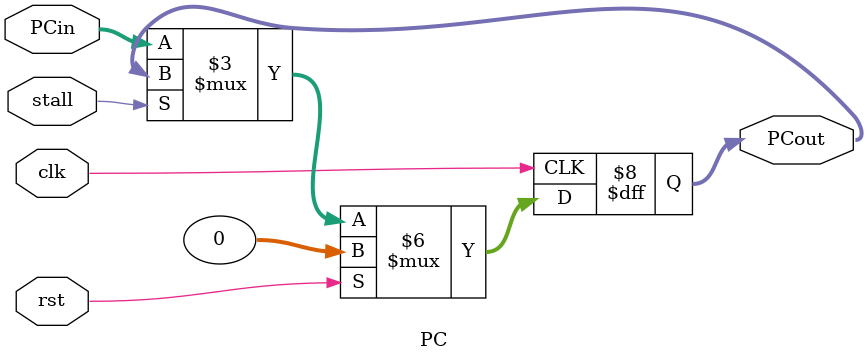
<source format=v>

module PC(PCin, PCout, clk, rst, stall);
	input [0:31] PCin;
	input clk, rst, stall;
	output reg [0:31] PCout;

	always@(posedge clk) begin
		if (rst) PCout <= 0;
		else if (stall) PCout <= PCout;
		else PCout <= PCin;
	end 


endmodule
</source>
